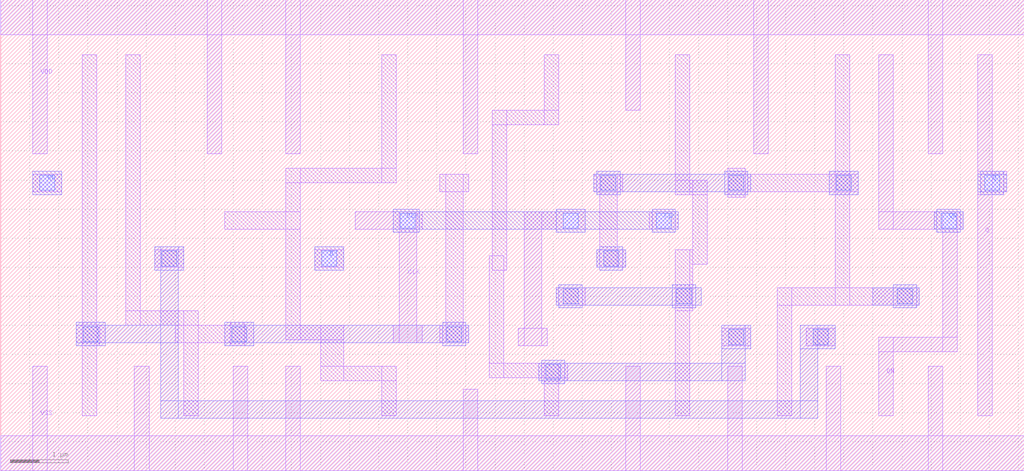
<source format=lef>
# Copyright 2022 Google LLC
# Licensed under the Apache License, Version 2.0 (the "License");
# you may not use this file except in compliance with the License.
# You may obtain a copy of the License at
#
#      http://www.apache.org/licenses/LICENSE-2.0
#
# Unless required by applicable law or agreed to in writing, software
# distributed under the License is distributed on an "AS IS" BASIS,
# WITHOUT WARRANTIES OR CONDITIONS OF ANY KIND, either express or implied.
# See the License for the specific language governing permissions and
# limitations under the License.
VERSION 5.7 ;
BUSBITCHARS "[]" ;
DIVIDERCHAR "/" ;

MACRO gf180mcu_osu_sc_gp12t3v3__dffr_1
  CLASS CORE ;
  ORIGIN 0 0 ;
  FOREIGN gf180mcu_osu_sc_gp12t3v3__dffr_1 0 0 ;
  SIZE 17.6 BY 8.1 ;
  SYMMETRY X Y ;
  SITE GF180_3p3_12t ;
  PIN VDD
    DIRECTION INOUT ;
    USE POWER ;
    SHAPE ABUTMENT ;
    PORT
      LAYER MET1 ;
        RECT 0 7.5 17.6 8.1 ;
        RECT 15.95 5.45 16.2 8.1 ;
        RECT 12.95 5.45 13.2 8.1 ;
        RECT 10.75 6.2 11 8.1 ;
        RECT 7.95 5.45 8.2 8.1 ;
        RECT 4.9 5.45 5.15 8.1 ;
        RECT 3.55 5.45 3.8 8.1 ;
        RECT 0.55 5.45 0.8 8.1 ;
    END
  END VDD
  PIN VSS
    DIRECTION INOUT ;
    USE GROUND ;
    PORT
      LAYER MET1 ;
        RECT 0 0 17.6 0.6 ;
        RECT 15.95 0 16.2 1.8 ;
        RECT 14.2 0 14.45 1.8 ;
        RECT 12.5 0 12.75 1.8 ;
        RECT 10.75 0 11 1.8 ;
        RECT 7.95 0 8.2 1.4 ;
        RECT 4.9 0 5.15 1.8 ;
        RECT 4 0 4.25 1.8 ;
        RECT 2.3 0 2.55 1.8 ;
        RECT 0.55 0 0.8 1.8 ;
    END
  END VSS
  PIN CLK
    DIRECTION INPUT ;
    USE CLOCK ;
    PORT
      LAYER MET1 ;
        RECT 11.15 4.15 11.65 4.45 ;
        RECT 9 4.15 10.05 4.45 ;
        RECT 8.9 2.15 9.4 2.45 ;
        RECT 9 2.15 9.3 4.45 ;
        RECT 6.1 4.15 7.25 4.45 ;
        RECT 6.75 2.2 7.25 2.5 ;
        RECT 6.85 2.2 7.15 4.45 ;
      LAYER MET2 ;
        RECT 6.75 4.15 11.65 4.45 ;
        RECT 11.2 4.1 11.6 4.5 ;
        RECT 9.55 4.1 10.05 4.5 ;
        RECT 6.75 4.1 7.2 4.5 ;
      LAYER VIA12 ;
        RECT 6.87 4.17 7.13 4.43 ;
        RECT 9.67 4.17 9.93 4.43 ;
        RECT 11.27 4.17 11.53 4.43 ;
    END
  END CLK
  PIN D
    DIRECTION INPUT ;
    USE SIGNAL ;
    PORT
      LAYER MET1 ;
        RECT 5.4 3.5 5.9 3.8 ;
      LAYER MET2 ;
        RECT 5.4 3.45 5.9 3.85 ;
      LAYER VIA12 ;
        RECT 5.52 3.52 5.78 3.78 ;
    END
  END D
  PIN Q
    DIRECTION OUTPUT ;
    USE SIGNAL ;
    PORT
      LAYER MET1 ;
        RECT 16.8 4.8 17.3 5.15 ;
        RECT 16.8 4.75 17.25 5.15 ;
        RECT 16.8 0.95 17.05 7.15 ;
      LAYER MET2 ;
        RECT 16.8 4.8 17.3 5.1 ;
        RECT 16.85 4.75 17.25 5.15 ;
      LAYER VIA12 ;
        RECT 16.92 4.82 17.18 5.08 ;
    END
  END Q
  PIN QN
    DIRECTION OUTPUT ;
    USE SIGNAL ;
    PORT
      LAYER MET1 ;
        RECT 15.1 4.15 16.55 4.45 ;
        RECT 16.2 2.05 16.45 4.45 ;
        RECT 15.1 2.05 16.45 2.3 ;
        RECT 15.1 4.15 15.35 7.15 ;
        RECT 15.1 0.95 15.35 2.3 ;
      LAYER MET2 ;
        RECT 16.05 4.15 16.55 4.45 ;
        RECT 16.1 4.1 16.5 4.5 ;
      LAYER VIA12 ;
        RECT 16.17 4.17 16.43 4.43 ;
    END
  END QN
  PIN RN
    DIRECTION INPUT ;
    USE SIGNAL ;
    PORT
      LAYER MET1 ;
        RECT 0.55 4.8 1.05 5.1 ;
      LAYER MET2 ;
        RECT 0.55 4.75 1.05 5.15 ;
      LAYER VIA12 ;
        RECT 0.67 4.82 0.93 5.08 ;
    END
  END RN
  OBS
    LAYER MET2 ;
      RECT 15.35 2.8 15.75 3.2 ;
      RECT 15 2.85 15.8 3.15 ;
      RECT 2.65 3.45 3.15 3.85 ;
      RECT 2.75 0.9 3.05 3.85 ;
      RECT 1.3 2.15 1.8 2.55 ;
      RECT 13.75 2.1 14.35 2.5 ;
      RECT 1.3 2.2 3.05 2.5 ;
      RECT 13.75 0.9 14.05 2.5 ;
      RECT 2.75 0.9 14.05 1.2 ;
      RECT 12.4 2.1 12.9 2.5 ;
      RECT 12.4 1.55 12.8 2.5 ;
      RECT 9.3 1.5 9.7 1.9 ;
      RECT 9.25 1.55 12.8 1.85 ;
      RECT 12.45 4.75 12.85 5.15 ;
      RECT 10.25 4.75 10.65 5.15 ;
      RECT 10.2 4.8 12.9 5.1 ;
      RECT 11.55 2.8 11.95 3.2 ;
      RECT 9.6 2.8 10 3.2 ;
      RECT 9.55 2.85 12.05 3.15 ;
      RECT 10.3 3.45 10.7 3.85 ;
      RECT 10.25 3.5 10.75 3.8 ;
      RECT 7.6 2.15 8 2.55 ;
      RECT 3.85 2.15 4.35 2.55 ;
      RECT 3.85 2.2 8.05 2.5 ;
      RECT 14.25 4.75 14.75 5.15 ;
    LAYER VIA12 ;
      RECT 15.42 2.87 15.68 3.13 ;
      RECT 14.37 4.82 14.63 5.08 ;
      RECT 13.97 2.17 14.23 2.43 ;
      RECT 12.52 2.17 12.78 2.43 ;
      RECT 12.52 4.82 12.78 5.08 ;
      RECT 11.62 2.87 11.88 3.13 ;
      RECT 10.37 3.52 10.63 3.78 ;
      RECT 10.32 4.82 10.58 5.08 ;
      RECT 9.67 2.87 9.93 3.13 ;
      RECT 9.37 1.57 9.63 1.83 ;
      RECT 7.67 2.22 7.93 2.48 ;
      RECT 3.97 2.22 4.23 2.48 ;
      RECT 2.77 3.52 3.03 3.78 ;
      RECT 1.42 2.22 1.68 2.48 ;
    LAYER MET1 ;
      RECT 14.35 2.85 14.6 7.15 ;
      RECT 12.5 4.7 12.8 5.2 ;
      RECT 12.5 4.8 14.75 5.1 ;
      RECT 13.35 2.85 15.8 3.15 ;
      RECT 13.35 0.95 13.6 3.15 ;
      RECT 11.6 4.75 11.85 7.15 ;
      RECT 11.6 4.75 12.15 5 ;
      RECT 11.9 3.55 12.15 5 ;
      RECT 11.6 2.75 11.9 3.8 ;
      RECT 11.6 0.95 11.85 3.8 ;
      RECT 10.2 4.8 10.7 5.1 ;
      RECT 10.3 3.5 10.6 5.1 ;
      RECT 10.25 3.5 10.75 3.8 ;
      RECT 9.35 5.95 9.6 7.15 ;
      RECT 8.45 5.95 9.6 6.2 ;
      RECT 8.45 3.45 8.7 6.2 ;
      RECT 8.4 1.6 8.65 3.7 ;
      RECT 8.4 1.6 9.75 1.85 ;
      RECT 9.35 1.55 9.75 1.85 ;
      RECT 9.35 0.95 9.6 1.85 ;
      RECT 7.55 4.8 8.05 5.1 ;
      RECT 7.65 2.2 7.95 5.1 ;
      RECT 7.55 2.2 8.05 2.5 ;
      RECT 6.55 4.95 6.8 7.15 ;
      RECT 4.9 4.95 6.8 5.2 ;
      RECT 4.9 2.25 5.15 5.2 ;
      RECT 3.85 4.15 5.15 4.45 ;
      RECT 4.9 2.25 5.9 2.5 ;
      RECT 5.5 1.55 5.9 2.5 ;
      RECT 5.5 1.55 6.8 1.8 ;
      RECT 6.55 0.95 6.8 1.8 ;
      RECT 2.15 2.5 2.4 7.15 ;
      RECT 2.15 2.5 3.4 2.75 ;
      RECT 3.15 0.95 3.4 2.75 ;
      RECT 3.95 2.15 4.2 2.55 ;
      RECT 3 2.2 4.35 2.5 ;
      RECT 1.4 0.95 1.65 7.15 ;
      RECT 1.3 2.2 1.8 2.5 ;
      RECT 1.4 2.15 1.7 2.5 ;
      RECT 13.85 2.15 14.35 2.45 ;
      RECT 12.4 2.15 12.9 2.45 ;
      RECT 9.55 2.85 10.05 3.15 ;
      RECT 2.65 3.5 3.15 3.8 ;
  END
END gf180mcu_osu_sc_gp12t3v3__dffr_1

</source>
